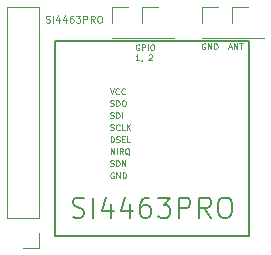
<source format=gbr>
G04 #@! TF.GenerationSoftware,KiCad,Pcbnew,(5.1.5)-3*
G04 #@! TF.CreationDate,2020-07-12T19:07:34-04:00*
G04 #@! TF.ProjectId,BreakoutSI4463PRORev3,42726561-6b6f-4757-9453-493434363350,rev?*
G04 #@! TF.SameCoordinates,Original*
G04 #@! TF.FileFunction,Legend,Top*
G04 #@! TF.FilePolarity,Positive*
%FSLAX46Y46*%
G04 Gerber Fmt 4.6, Leading zero omitted, Abs format (unit mm)*
G04 Created by KiCad (PCBNEW (5.1.5)-3) date 2020-07-12 19:07:34*
%MOMM*%
%LPD*%
G04 APERTURE LIST*
%ADD10C,0.100000*%
%ADD11C,0.150000*%
%ADD12C,0.127000*%
%ADD13C,0.120000*%
G04 APERTURE END LIST*
D10*
X134811952Y-95762000D02*
X134764333Y-95738190D01*
X134692904Y-95738190D01*
X134621476Y-95762000D01*
X134573857Y-95809619D01*
X134550047Y-95857238D01*
X134526238Y-95952476D01*
X134526238Y-96023904D01*
X134550047Y-96119142D01*
X134573857Y-96166761D01*
X134621476Y-96214380D01*
X134692904Y-96238190D01*
X134740523Y-96238190D01*
X134811952Y-96214380D01*
X134835761Y-96190571D01*
X134835761Y-96023904D01*
X134740523Y-96023904D01*
X135050047Y-96238190D02*
X135050047Y-95738190D01*
X135335761Y-96238190D01*
X135335761Y-95738190D01*
X135573857Y-96238190D02*
X135573857Y-95738190D01*
X135692904Y-95738190D01*
X135764333Y-95762000D01*
X135811952Y-95809619D01*
X135835761Y-95857238D01*
X135859571Y-95952476D01*
X135859571Y-96023904D01*
X135835761Y-96119142D01*
X135811952Y-96166761D01*
X135764333Y-96214380D01*
X135692904Y-96238190D01*
X135573857Y-96238190D01*
X136812238Y-96095333D02*
X137050333Y-96095333D01*
X136764619Y-96238190D02*
X136931285Y-95738190D01*
X137097952Y-96238190D01*
X137264619Y-96238190D02*
X137264619Y-95738190D01*
X137550333Y-96238190D01*
X137550333Y-95738190D01*
X137717000Y-95738190D02*
X138002714Y-95738190D01*
X137859857Y-96238190D02*
X137859857Y-95738190D01*
X126731619Y-99548190D02*
X126898285Y-100048190D01*
X127064952Y-99548190D01*
X127517333Y-100000571D02*
X127493523Y-100024380D01*
X127422095Y-100048190D01*
X127374476Y-100048190D01*
X127303047Y-100024380D01*
X127255428Y-99976761D01*
X127231619Y-99929142D01*
X127207809Y-99833904D01*
X127207809Y-99762476D01*
X127231619Y-99667238D01*
X127255428Y-99619619D01*
X127303047Y-99572000D01*
X127374476Y-99548190D01*
X127422095Y-99548190D01*
X127493523Y-99572000D01*
X127517333Y-99595809D01*
X128017333Y-100000571D02*
X127993523Y-100024380D01*
X127922095Y-100048190D01*
X127874476Y-100048190D01*
X127803047Y-100024380D01*
X127755428Y-99976761D01*
X127731619Y-99929142D01*
X127707809Y-99833904D01*
X127707809Y-99762476D01*
X127731619Y-99667238D01*
X127755428Y-99619619D01*
X127803047Y-99572000D01*
X127874476Y-99548190D01*
X127922095Y-99548190D01*
X127993523Y-99572000D01*
X128017333Y-99595809D01*
X126803047Y-104112190D02*
X126803047Y-103612190D01*
X126922095Y-103612190D01*
X126993523Y-103636000D01*
X127041142Y-103683619D01*
X127064952Y-103731238D01*
X127088761Y-103826476D01*
X127088761Y-103897904D01*
X127064952Y-103993142D01*
X127041142Y-104040761D01*
X126993523Y-104088380D01*
X126922095Y-104112190D01*
X126803047Y-104112190D01*
X127279238Y-104088380D02*
X127350666Y-104112190D01*
X127469714Y-104112190D01*
X127517333Y-104088380D01*
X127541142Y-104064571D01*
X127564952Y-104016952D01*
X127564952Y-103969333D01*
X127541142Y-103921714D01*
X127517333Y-103897904D01*
X127469714Y-103874095D01*
X127374476Y-103850285D01*
X127326857Y-103826476D01*
X127303047Y-103802666D01*
X127279238Y-103755047D01*
X127279238Y-103707428D01*
X127303047Y-103659809D01*
X127326857Y-103636000D01*
X127374476Y-103612190D01*
X127493523Y-103612190D01*
X127564952Y-103636000D01*
X127779238Y-103850285D02*
X127945904Y-103850285D01*
X128017333Y-104112190D02*
X127779238Y-104112190D01*
X127779238Y-103612190D01*
X128017333Y-103612190D01*
X128469714Y-104112190D02*
X128231619Y-104112190D01*
X128231619Y-103612190D01*
X126803047Y-105128190D02*
X126803047Y-104628190D01*
X127088761Y-105128190D01*
X127088761Y-104628190D01*
X127326857Y-105128190D02*
X127326857Y-104628190D01*
X127850666Y-105128190D02*
X127684000Y-104890095D01*
X127564952Y-105128190D02*
X127564952Y-104628190D01*
X127755428Y-104628190D01*
X127803047Y-104652000D01*
X127826857Y-104675809D01*
X127850666Y-104723428D01*
X127850666Y-104794857D01*
X127826857Y-104842476D01*
X127803047Y-104866285D01*
X127755428Y-104890095D01*
X127564952Y-104890095D01*
X128398285Y-105175809D02*
X128350666Y-105152000D01*
X128303047Y-105104380D01*
X128231619Y-105032952D01*
X128184000Y-105009142D01*
X128136380Y-105009142D01*
X128160190Y-105128190D02*
X128112571Y-105104380D01*
X128064952Y-105056761D01*
X128041142Y-104961523D01*
X128041142Y-104794857D01*
X128064952Y-104699619D01*
X128112571Y-104652000D01*
X128160190Y-104628190D01*
X128255428Y-104628190D01*
X128303047Y-104652000D01*
X128350666Y-104699619D01*
X128374476Y-104794857D01*
X128374476Y-104961523D01*
X128350666Y-105056761D01*
X128303047Y-105104380D01*
X128255428Y-105128190D01*
X128160190Y-105128190D01*
X126779238Y-106120380D02*
X126850666Y-106144190D01*
X126969714Y-106144190D01*
X127017333Y-106120380D01*
X127041142Y-106096571D01*
X127064952Y-106048952D01*
X127064952Y-106001333D01*
X127041142Y-105953714D01*
X127017333Y-105929904D01*
X126969714Y-105906095D01*
X126874476Y-105882285D01*
X126826857Y-105858476D01*
X126803047Y-105834666D01*
X126779238Y-105787047D01*
X126779238Y-105739428D01*
X126803047Y-105691809D01*
X126826857Y-105668000D01*
X126874476Y-105644190D01*
X126993523Y-105644190D01*
X127064952Y-105668000D01*
X127279238Y-106144190D02*
X127279238Y-105644190D01*
X127398285Y-105644190D01*
X127469714Y-105668000D01*
X127517333Y-105715619D01*
X127541142Y-105763238D01*
X127564952Y-105858476D01*
X127564952Y-105929904D01*
X127541142Y-106025142D01*
X127517333Y-106072761D01*
X127469714Y-106120380D01*
X127398285Y-106144190D01*
X127279238Y-106144190D01*
X127779238Y-106144190D02*
X127779238Y-105644190D01*
X128064952Y-106144190D01*
X128064952Y-105644190D01*
X126779238Y-101040380D02*
X126850666Y-101064190D01*
X126969714Y-101064190D01*
X127017333Y-101040380D01*
X127041142Y-101016571D01*
X127064952Y-100968952D01*
X127064952Y-100921333D01*
X127041142Y-100873714D01*
X127017333Y-100849904D01*
X126969714Y-100826095D01*
X126874476Y-100802285D01*
X126826857Y-100778476D01*
X126803047Y-100754666D01*
X126779238Y-100707047D01*
X126779238Y-100659428D01*
X126803047Y-100611809D01*
X126826857Y-100588000D01*
X126874476Y-100564190D01*
X126993523Y-100564190D01*
X127064952Y-100588000D01*
X127279238Y-101064190D02*
X127279238Y-100564190D01*
X127398285Y-100564190D01*
X127469714Y-100588000D01*
X127517333Y-100635619D01*
X127541142Y-100683238D01*
X127564952Y-100778476D01*
X127564952Y-100849904D01*
X127541142Y-100945142D01*
X127517333Y-100992761D01*
X127469714Y-101040380D01*
X127398285Y-101064190D01*
X127279238Y-101064190D01*
X127874476Y-100564190D02*
X127969714Y-100564190D01*
X128017333Y-100588000D01*
X128064952Y-100635619D01*
X128088761Y-100730857D01*
X128088761Y-100897523D01*
X128064952Y-100992761D01*
X128017333Y-101040380D01*
X127969714Y-101064190D01*
X127874476Y-101064190D01*
X127826857Y-101040380D01*
X127779238Y-100992761D01*
X127755428Y-100897523D01*
X127755428Y-100730857D01*
X127779238Y-100635619D01*
X127826857Y-100588000D01*
X127874476Y-100564190D01*
X127064952Y-106684000D02*
X127017333Y-106660190D01*
X126945904Y-106660190D01*
X126874476Y-106684000D01*
X126826857Y-106731619D01*
X126803047Y-106779238D01*
X126779238Y-106874476D01*
X126779238Y-106945904D01*
X126803047Y-107041142D01*
X126826857Y-107088761D01*
X126874476Y-107136380D01*
X126945904Y-107160190D01*
X126993523Y-107160190D01*
X127064952Y-107136380D01*
X127088761Y-107112571D01*
X127088761Y-106945904D01*
X126993523Y-106945904D01*
X127303047Y-107160190D02*
X127303047Y-106660190D01*
X127588761Y-107160190D01*
X127588761Y-106660190D01*
X127826857Y-107160190D02*
X127826857Y-106660190D01*
X127945904Y-106660190D01*
X128017333Y-106684000D01*
X128064952Y-106731619D01*
X128088761Y-106779238D01*
X128112571Y-106874476D01*
X128112571Y-106945904D01*
X128088761Y-107041142D01*
X128064952Y-107088761D01*
X128017333Y-107136380D01*
X127945904Y-107160190D01*
X127826857Y-107160190D01*
X129223952Y-95845000D02*
X129176333Y-95821190D01*
X129104904Y-95821190D01*
X129033476Y-95845000D01*
X128985857Y-95892619D01*
X128962047Y-95940238D01*
X128938238Y-96035476D01*
X128938238Y-96106904D01*
X128962047Y-96202142D01*
X128985857Y-96249761D01*
X129033476Y-96297380D01*
X129104904Y-96321190D01*
X129152523Y-96321190D01*
X129223952Y-96297380D01*
X129247761Y-96273571D01*
X129247761Y-96106904D01*
X129152523Y-96106904D01*
X129462047Y-96321190D02*
X129462047Y-95821190D01*
X129652523Y-95821190D01*
X129700142Y-95845000D01*
X129723952Y-95868809D01*
X129747761Y-95916428D01*
X129747761Y-95987857D01*
X129723952Y-96035476D01*
X129700142Y-96059285D01*
X129652523Y-96083095D01*
X129462047Y-96083095D01*
X129962047Y-96321190D02*
X129962047Y-95821190D01*
X130295380Y-95821190D02*
X130390619Y-95821190D01*
X130438238Y-95845000D01*
X130485857Y-95892619D01*
X130509666Y-95987857D01*
X130509666Y-96154523D01*
X130485857Y-96249761D01*
X130438238Y-96297380D01*
X130390619Y-96321190D01*
X130295380Y-96321190D01*
X130247761Y-96297380D01*
X130200142Y-96249761D01*
X130176333Y-96154523D01*
X130176333Y-95987857D01*
X130200142Y-95892619D01*
X130247761Y-95845000D01*
X130295380Y-95821190D01*
X129223952Y-97171190D02*
X128938238Y-97171190D01*
X129081095Y-97171190D02*
X129081095Y-96671190D01*
X129033476Y-96742619D01*
X128985857Y-96790238D01*
X128938238Y-96814047D01*
X129462047Y-97147380D02*
X129462047Y-97171190D01*
X129438238Y-97218809D01*
X129414428Y-97242619D01*
X130033476Y-96718809D02*
X130057285Y-96695000D01*
X130104904Y-96671190D01*
X130223952Y-96671190D01*
X130271571Y-96695000D01*
X130295380Y-96718809D01*
X130319190Y-96766428D01*
X130319190Y-96814047D01*
X130295380Y-96885476D01*
X130009666Y-97171190D01*
X130319190Y-97171190D01*
X126779238Y-102056380D02*
X126850666Y-102080190D01*
X126969714Y-102080190D01*
X127017333Y-102056380D01*
X127041142Y-102032571D01*
X127064952Y-101984952D01*
X127064952Y-101937333D01*
X127041142Y-101889714D01*
X127017333Y-101865904D01*
X126969714Y-101842095D01*
X126874476Y-101818285D01*
X126826857Y-101794476D01*
X126803047Y-101770666D01*
X126779238Y-101723047D01*
X126779238Y-101675428D01*
X126803047Y-101627809D01*
X126826857Y-101604000D01*
X126874476Y-101580190D01*
X126993523Y-101580190D01*
X127064952Y-101604000D01*
X127279238Y-102080190D02*
X127279238Y-101580190D01*
X127398285Y-101580190D01*
X127469714Y-101604000D01*
X127517333Y-101651619D01*
X127541142Y-101699238D01*
X127564952Y-101794476D01*
X127564952Y-101865904D01*
X127541142Y-101961142D01*
X127517333Y-102008761D01*
X127469714Y-102056380D01*
X127398285Y-102080190D01*
X127279238Y-102080190D01*
X127779238Y-102080190D02*
X127779238Y-101580190D01*
X126779238Y-103072380D02*
X126850666Y-103096190D01*
X126969714Y-103096190D01*
X127017333Y-103072380D01*
X127041142Y-103048571D01*
X127064952Y-103000952D01*
X127064952Y-102953333D01*
X127041142Y-102905714D01*
X127017333Y-102881904D01*
X126969714Y-102858095D01*
X126874476Y-102834285D01*
X126826857Y-102810476D01*
X126803047Y-102786666D01*
X126779238Y-102739047D01*
X126779238Y-102691428D01*
X126803047Y-102643809D01*
X126826857Y-102620000D01*
X126874476Y-102596190D01*
X126993523Y-102596190D01*
X127064952Y-102620000D01*
X127564952Y-103048571D02*
X127541142Y-103072380D01*
X127469714Y-103096190D01*
X127422095Y-103096190D01*
X127350666Y-103072380D01*
X127303047Y-103024761D01*
X127279238Y-102977142D01*
X127255428Y-102881904D01*
X127255428Y-102810476D01*
X127279238Y-102715238D01*
X127303047Y-102667619D01*
X127350666Y-102620000D01*
X127422095Y-102596190D01*
X127469714Y-102596190D01*
X127541142Y-102620000D01*
X127564952Y-102643809D01*
X128017333Y-103096190D02*
X127779238Y-103096190D01*
X127779238Y-102596190D01*
X128184000Y-103096190D02*
X128184000Y-102596190D01*
X128469714Y-103096190D02*
X128255428Y-102810476D01*
X128469714Y-102596190D02*
X128184000Y-102881904D01*
D11*
X123611309Y-110416095D02*
X123854166Y-110497047D01*
X124258928Y-110497047D01*
X124420833Y-110416095D01*
X124501785Y-110335142D01*
X124582738Y-110173238D01*
X124582738Y-110011333D01*
X124501785Y-109849428D01*
X124420833Y-109768476D01*
X124258928Y-109687523D01*
X123935119Y-109606571D01*
X123773214Y-109525619D01*
X123692261Y-109444666D01*
X123611309Y-109282761D01*
X123611309Y-109120857D01*
X123692261Y-108958952D01*
X123773214Y-108878000D01*
X123935119Y-108797047D01*
X124339880Y-108797047D01*
X124582738Y-108878000D01*
X125311309Y-110497047D02*
X125311309Y-108797047D01*
X126849404Y-109363714D02*
X126849404Y-110497047D01*
X126444642Y-108716095D02*
X126039880Y-109930380D01*
X127092261Y-109930380D01*
X128468452Y-109363714D02*
X128468452Y-110497047D01*
X128063690Y-108716095D02*
X127658928Y-109930380D01*
X128711309Y-109930380D01*
X130087500Y-108797047D02*
X129763690Y-108797047D01*
X129601785Y-108878000D01*
X129520833Y-108958952D01*
X129358928Y-109201809D01*
X129277976Y-109525619D01*
X129277976Y-110173238D01*
X129358928Y-110335142D01*
X129439880Y-110416095D01*
X129601785Y-110497047D01*
X129925595Y-110497047D01*
X130087500Y-110416095D01*
X130168452Y-110335142D01*
X130249404Y-110173238D01*
X130249404Y-109768476D01*
X130168452Y-109606571D01*
X130087500Y-109525619D01*
X129925595Y-109444666D01*
X129601785Y-109444666D01*
X129439880Y-109525619D01*
X129358928Y-109606571D01*
X129277976Y-109768476D01*
X130816071Y-108797047D02*
X131868452Y-108797047D01*
X131301785Y-109444666D01*
X131544642Y-109444666D01*
X131706547Y-109525619D01*
X131787500Y-109606571D01*
X131868452Y-109768476D01*
X131868452Y-110173238D01*
X131787500Y-110335142D01*
X131706547Y-110416095D01*
X131544642Y-110497047D01*
X131058928Y-110497047D01*
X130897023Y-110416095D01*
X130816071Y-110335142D01*
X132597023Y-110497047D02*
X132597023Y-108797047D01*
X133244642Y-108797047D01*
X133406547Y-108878000D01*
X133487500Y-108958952D01*
X133568452Y-109120857D01*
X133568452Y-109363714D01*
X133487500Y-109525619D01*
X133406547Y-109606571D01*
X133244642Y-109687523D01*
X132597023Y-109687523D01*
X135268452Y-110497047D02*
X134701785Y-109687523D01*
X134297023Y-110497047D02*
X134297023Y-108797047D01*
X134944642Y-108797047D01*
X135106547Y-108878000D01*
X135187500Y-108958952D01*
X135268452Y-109120857D01*
X135268452Y-109363714D01*
X135187500Y-109525619D01*
X135106547Y-109606571D01*
X134944642Y-109687523D01*
X134297023Y-109687523D01*
X136320833Y-108797047D02*
X136644642Y-108797047D01*
X136806547Y-108878000D01*
X136968452Y-109039904D01*
X137049404Y-109363714D01*
X137049404Y-109930380D01*
X136968452Y-110254190D01*
X136806547Y-110416095D01*
X136644642Y-110497047D01*
X136320833Y-110497047D01*
X136158928Y-110416095D01*
X135997023Y-110254190D01*
X135916071Y-109930380D01*
X135916071Y-109363714D01*
X135997023Y-109039904D01*
X136158928Y-108878000D01*
X136320833Y-108797047D01*
D10*
X121337285Y-93968857D02*
X121423000Y-93997428D01*
X121565857Y-93997428D01*
X121623000Y-93968857D01*
X121651571Y-93940285D01*
X121680142Y-93883142D01*
X121680142Y-93826000D01*
X121651571Y-93768857D01*
X121623000Y-93740285D01*
X121565857Y-93711714D01*
X121451571Y-93683142D01*
X121394428Y-93654571D01*
X121365857Y-93626000D01*
X121337285Y-93568857D01*
X121337285Y-93511714D01*
X121365857Y-93454571D01*
X121394428Y-93426000D01*
X121451571Y-93397428D01*
X121594428Y-93397428D01*
X121680142Y-93426000D01*
X121937285Y-93997428D02*
X121937285Y-93397428D01*
X122480142Y-93597428D02*
X122480142Y-93997428D01*
X122337285Y-93368857D02*
X122194428Y-93797428D01*
X122565857Y-93797428D01*
X123051571Y-93597428D02*
X123051571Y-93997428D01*
X122908714Y-93368857D02*
X122765857Y-93797428D01*
X123137285Y-93797428D01*
X123623000Y-93397428D02*
X123508714Y-93397428D01*
X123451571Y-93426000D01*
X123423000Y-93454571D01*
X123365857Y-93540285D01*
X123337285Y-93654571D01*
X123337285Y-93883142D01*
X123365857Y-93940285D01*
X123394428Y-93968857D01*
X123451571Y-93997428D01*
X123565857Y-93997428D01*
X123623000Y-93968857D01*
X123651571Y-93940285D01*
X123680142Y-93883142D01*
X123680142Y-93740285D01*
X123651571Y-93683142D01*
X123623000Y-93654571D01*
X123565857Y-93626000D01*
X123451571Y-93626000D01*
X123394428Y-93654571D01*
X123365857Y-93683142D01*
X123337285Y-93740285D01*
X123880142Y-93397428D02*
X124251571Y-93397428D01*
X124051571Y-93626000D01*
X124137285Y-93626000D01*
X124194428Y-93654571D01*
X124223000Y-93683142D01*
X124251571Y-93740285D01*
X124251571Y-93883142D01*
X124223000Y-93940285D01*
X124194428Y-93968857D01*
X124137285Y-93997428D01*
X123965857Y-93997428D01*
X123908714Y-93968857D01*
X123880142Y-93940285D01*
X124508714Y-93997428D02*
X124508714Y-93397428D01*
X124737285Y-93397428D01*
X124794428Y-93426000D01*
X124823000Y-93454571D01*
X124851571Y-93511714D01*
X124851571Y-93597428D01*
X124823000Y-93654571D01*
X124794428Y-93683142D01*
X124737285Y-93711714D01*
X124508714Y-93711714D01*
X125451571Y-93997428D02*
X125251571Y-93711714D01*
X125108714Y-93997428D02*
X125108714Y-93397428D01*
X125337285Y-93397428D01*
X125394428Y-93426000D01*
X125423000Y-93454571D01*
X125451571Y-93511714D01*
X125451571Y-93597428D01*
X125423000Y-93654571D01*
X125394428Y-93683142D01*
X125337285Y-93711714D01*
X125108714Y-93711714D01*
X125823000Y-93397428D02*
X125937285Y-93397428D01*
X125994428Y-93426000D01*
X126051571Y-93483142D01*
X126080142Y-93597428D01*
X126080142Y-93797428D01*
X126051571Y-93911714D01*
X125994428Y-93968857D01*
X125937285Y-93997428D01*
X125823000Y-93997428D01*
X125765857Y-93968857D01*
X125708714Y-93911714D01*
X125680142Y-93797428D01*
X125680142Y-93597428D01*
X125708714Y-93483142D01*
X125765857Y-93426000D01*
X125823000Y-93397428D01*
D12*
X122110500Y-112014000D02*
X122110500Y-95504000D01*
X122110500Y-95504000D02*
X138539220Y-95504000D01*
X138539220Y-112014000D02*
X122110500Y-112014000D01*
X138539220Y-95504000D02*
X138539220Y-112014000D01*
D13*
X120710000Y-113090000D02*
X119380000Y-113090000D01*
X120710000Y-111760000D02*
X120710000Y-113090000D01*
X120710000Y-110490000D02*
X118050000Y-110490000D01*
X118050000Y-110490000D02*
X118050000Y-92650000D01*
X120710000Y-110490000D02*
X120710000Y-92650000D01*
X120710000Y-92650000D02*
X118050000Y-92650000D01*
X126940000Y-92650000D02*
X128270000Y-92650000D01*
X126940000Y-93980000D02*
X126940000Y-92650000D01*
X126940000Y-95250000D02*
X129600000Y-95250000D01*
X129600000Y-95250000D02*
X129600000Y-95310000D01*
X126940000Y-95250000D02*
X126940000Y-95310000D01*
X126940000Y-95310000D02*
X129600000Y-95310000D01*
X129480000Y-95310000D02*
X132140000Y-95310000D01*
X129480000Y-95250000D02*
X129480000Y-95310000D01*
X132140000Y-95250000D02*
X132140000Y-95310000D01*
X129480000Y-95250000D02*
X132140000Y-95250000D01*
X129480000Y-93980000D02*
X129480000Y-92650000D01*
X129480000Y-92650000D02*
X130810000Y-92650000D01*
X137100000Y-92650000D02*
X138430000Y-92650000D01*
X137100000Y-93980000D02*
X137100000Y-92650000D01*
X137100000Y-95250000D02*
X139760000Y-95250000D01*
X139760000Y-95250000D02*
X139760000Y-95310000D01*
X137100000Y-95250000D02*
X137100000Y-95310000D01*
X137100000Y-95310000D02*
X139760000Y-95310000D01*
X134560000Y-95310000D02*
X137220000Y-95310000D01*
X134560000Y-95250000D02*
X134560000Y-95310000D01*
X137220000Y-95250000D02*
X137220000Y-95310000D01*
X134560000Y-95250000D02*
X137220000Y-95250000D01*
X134560000Y-93980000D02*
X134560000Y-92650000D01*
X134560000Y-92650000D02*
X135890000Y-92650000D01*
M02*

</source>
